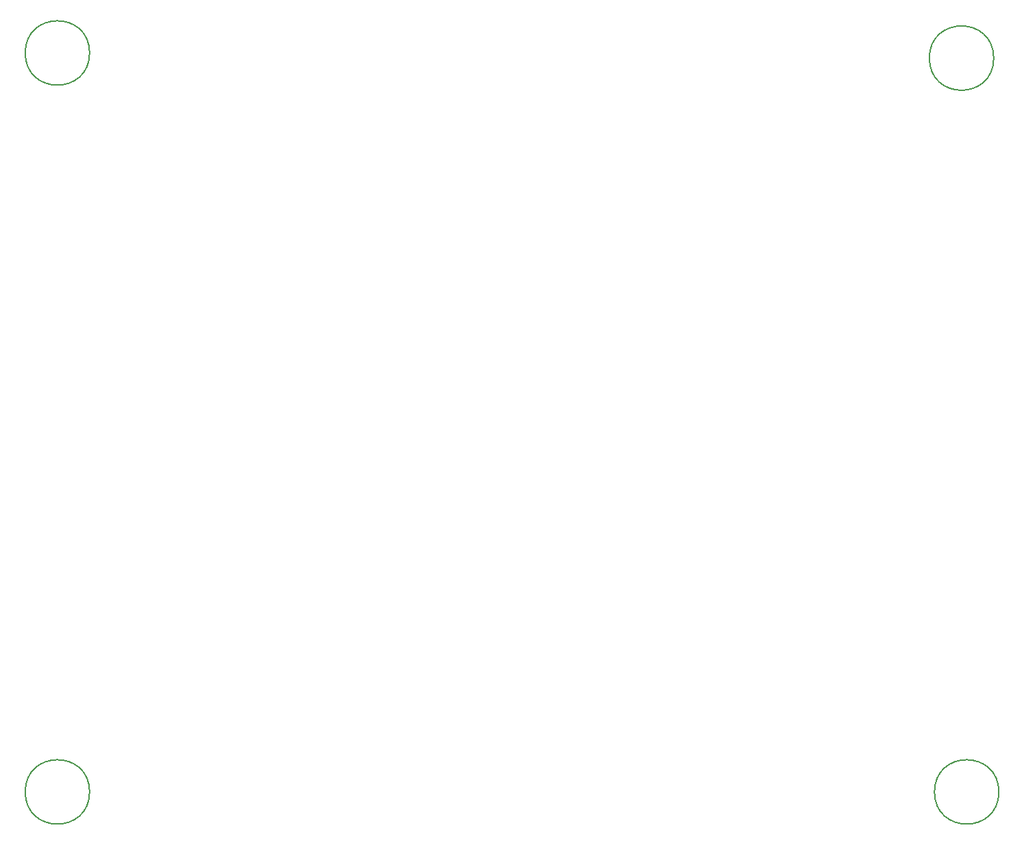
<source format=gbo>
G04*
G04 #@! TF.GenerationSoftware,Altium Limited,Altium Designer,24.6.1 (21)*
G04*
G04 Layer_Color=32896*
%FSLAX44Y44*%
%MOMM*%
G71*
G04*
G04 #@! TF.SameCoordinates,42639B8C-B182-42FF-980A-ED1702294046*
G04*
G04*
G04 #@! TF.FilePolarity,Positive*
G04*
G01*
G75*
%ADD10C,0.2000*%
D10*
X1208200Y958850D02*
G03*
X1208200Y958850I-39800J0D01*
G01*
X90600Y965200D02*
G03*
X90600Y965200I-39800J0D01*
G01*
Y50800D02*
G03*
X90600Y50800I-39800J0D01*
G01*
X1214550D02*
G03*
X1214550Y50800I-39800J0D01*
G01*
M02*

</source>
